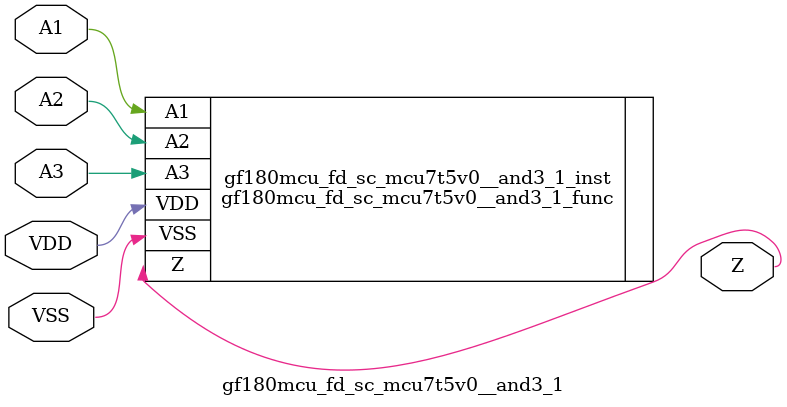
<source format=v>

module gf180mcu_fd_sc_mcu7t5v0__and3_1( A1, A2, A3, Z, VDD, VSS );
input A1, A2, A3;
inout VDD, VSS;
output Z;

   `ifdef FUNCTIONAL  //  functional //

	gf180mcu_fd_sc_mcu7t5v0__and3_1_func gf180mcu_fd_sc_mcu7t5v0__and3_1_behav_inst(.A1(A1),.A2(A2),.A3(A3),.Z(Z),.VDD(VDD),.VSS(VSS));

   `else

	gf180mcu_fd_sc_mcu7t5v0__and3_1_func gf180mcu_fd_sc_mcu7t5v0__and3_1_inst(.A1(A1),.A2(A2),.A3(A3),.Z(Z),.VDD(VDD),.VSS(VSS));

	// spec_gates_begin


	// spec_gates_end



   specify

	// specify_block_begin

	// comb arc A1 --> Z
	 (A1 => Z) = (1.0,1.0);

	// comb arc A2 --> Z
	 (A2 => Z) = (1.0,1.0);

	// comb arc A3 --> Z
	 (A3 => Z) = (1.0,1.0);

	// specify_block_end

   endspecify

   `endif

endmodule

</source>
